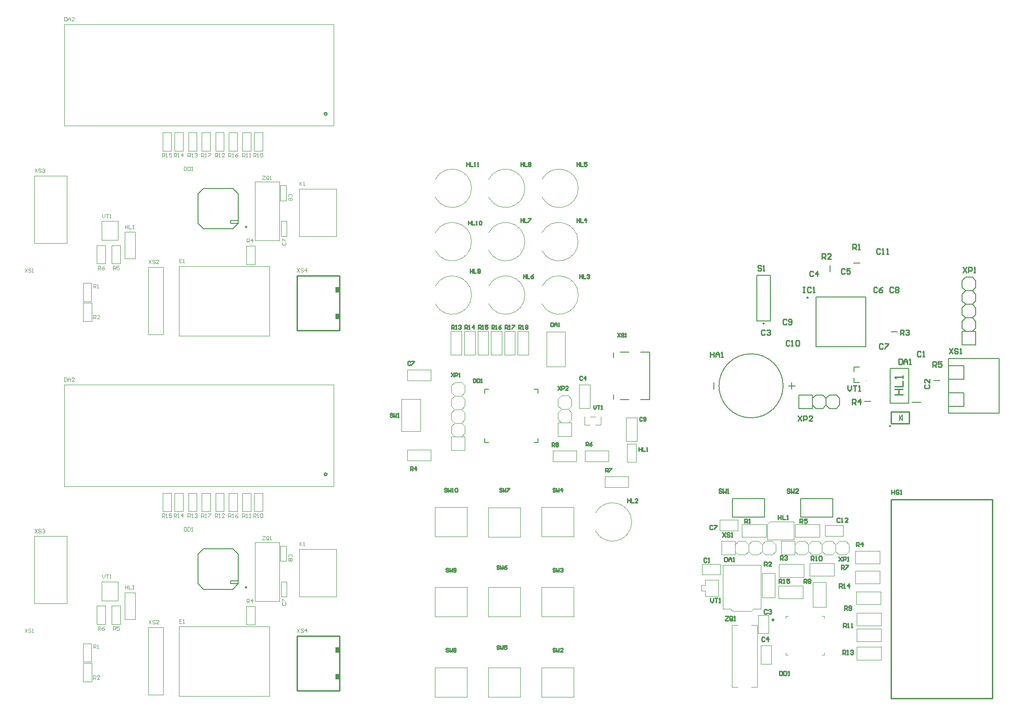
<source format=gbr>
G04*
G04 #@! TF.GenerationSoftware,Altium Limited,Altium Designer,24.2.2 (26)*
G04*
G04 Layer_Color=65535*
%FSLAX44Y44*%
%MOMM*%
G71*
G04*
G04 #@! TF.SameCoordinates,E132748E-00BF-457D-A5CC-83FA1D806D28*
G04*
G04*
G04 #@! TF.FilePolarity,Positive*
G04*
G01*
G75*
%ADD22C,0.2540*%
%ADD23C,0.3500*%
%ADD24C,0.2500*%
%ADD25C,0.2000*%
%ADD83C,0.1100*%
%ADD84C,0.1000*%
%ADD85C,0.1270*%
%ADD86C,0.0500*%
%ADD87R,0.8000X1.0000*%
%ADD88C,0.1524*%
D22*
X2064000Y294750D02*
Y667250D01*
X1874000D02*
X2064000D01*
X1874000Y294750D02*
Y667250D01*
Y294750D02*
X2064000D01*
X1665170Y345749D02*
Y337751D01*
X1669168D01*
X1670501Y339084D01*
Y344416D01*
X1669168Y345749D01*
X1665170D01*
X1673167D02*
Y337751D01*
X1677166D01*
X1678499Y339084D01*
Y344416D01*
X1677166Y345749D01*
X1673167D01*
X1681165Y337751D02*
X1683830D01*
X1682497D01*
Y345749D01*
X1681165Y344416D01*
X1875220Y684951D02*
Y676954D01*
Y680953D01*
X1880552D01*
Y684951D01*
Y676954D01*
X1888549Y683618D02*
X1887216Y684951D01*
X1884550D01*
X1883217Y683618D01*
Y678287D01*
X1884550Y676954D01*
X1887216D01*
X1888549Y678287D01*
Y680953D01*
X1885883D01*
X1891215Y676954D02*
X1893881D01*
X1892548D01*
Y684951D01*
X1891215Y683618D01*
X1563920Y448499D02*
X1569251D01*
Y447166D01*
X1563920Y441834D01*
Y440501D01*
X1569251D01*
X1577249Y441834D02*
Y447166D01*
X1575916Y448499D01*
X1573250D01*
X1571917Y447166D01*
Y441834D01*
X1573250Y440501D01*
X1575916D01*
X1574583Y443167D02*
X1577249Y440501D01*
X1575916D02*
X1577249Y441834D01*
X1579915Y440501D02*
X1582580D01*
X1581247D01*
Y448499D01*
X1579915Y447166D01*
X1558736Y604941D02*
X1564068Y596944D01*
Y604941D02*
X1558736Y596944D01*
X1572065Y603609D02*
X1570732Y604941D01*
X1568066D01*
X1566733Y603609D01*
Y602276D01*
X1568066Y600943D01*
X1570732D01*
X1572065Y599610D01*
Y598277D01*
X1570732Y596944D01*
X1568066D01*
X1566733Y598277D01*
X1574731Y596944D02*
X1577397D01*
X1576064D01*
Y604941D01*
X1574731Y603609D01*
X1776420Y559749D02*
X1781751Y551751D01*
Y559749D02*
X1776420Y551751D01*
X1784417D02*
Y559749D01*
X1788416D01*
X1789749Y558416D01*
Y555750D01*
X1788416Y554417D01*
X1784417D01*
X1792415Y551751D02*
X1795080D01*
X1793747D01*
Y559749D01*
X1792415Y558416D01*
X1535920Y482249D02*
Y476917D01*
X1538586Y474251D01*
X1541251Y476917D01*
Y482249D01*
X1543917D02*
X1549249D01*
X1546583D01*
Y474251D01*
X1551915D02*
X1554580D01*
X1553247D01*
Y482249D01*
X1551915Y480916D01*
X1684464Y685904D02*
X1683131Y687237D01*
X1680465D01*
X1679132Y685904D01*
Y684572D01*
X1680465Y683239D01*
X1683131D01*
X1684464Y681906D01*
Y680573D01*
X1683131Y679240D01*
X1680465D01*
X1679132Y680573D01*
X1687129Y687237D02*
Y679240D01*
X1689795Y681906D01*
X1692461Y679240D01*
Y687237D01*
X1700458Y679240D02*
X1695127D01*
X1700458Y684572D01*
Y685904D01*
X1699126Y687237D01*
X1696460D01*
X1695127Y685904D01*
X1556956D02*
X1555623Y687237D01*
X1552957D01*
X1551624Y685904D01*
Y684572D01*
X1552957Y683239D01*
X1555623D01*
X1556956Y681906D01*
Y680573D01*
X1555623Y679240D01*
X1552957D01*
X1551624Y680573D01*
X1559621Y687237D02*
Y679240D01*
X1562287Y681906D01*
X1564953Y679240D01*
Y687237D01*
X1567619Y679240D02*
X1570285D01*
X1568952D01*
Y687237D01*
X1567619Y685904D01*
X1664003Y510501D02*
Y518499D01*
X1668002D01*
X1669335Y517166D01*
Y514500D01*
X1668002Y513167D01*
X1664003D01*
X1666669D02*
X1669335Y510501D01*
X1672001D02*
X1674666D01*
X1673334D01*
Y518499D01*
X1672001Y517166D01*
X1683997Y518499D02*
X1678665D01*
Y514500D01*
X1681331Y515833D01*
X1682664D01*
X1683997Y514500D01*
Y511834D01*
X1682664Y510501D01*
X1679998D01*
X1678665Y511834D01*
X1777253Y501501D02*
Y509499D01*
X1781252D01*
X1782585Y508166D01*
Y505500D01*
X1781252Y504167D01*
X1777253D01*
X1779919D02*
X1782585Y501501D01*
X1785251D02*
X1787916D01*
X1786584D01*
Y509499D01*
X1785251Y508166D01*
X1795914Y501501D02*
Y509499D01*
X1791915Y505500D01*
X1797247D01*
X1783503Y376751D02*
Y384749D01*
X1787502D01*
X1788835Y383416D01*
Y380750D01*
X1787502Y379417D01*
X1783503D01*
X1786169D02*
X1788835Y376751D01*
X1791501D02*
X1794166D01*
X1792834D01*
Y384749D01*
X1791501Y383416D01*
X1798165D02*
X1799498Y384749D01*
X1802164D01*
X1803497Y383416D01*
Y382083D01*
X1802164Y380750D01*
X1800831D01*
X1802164D01*
X1803497Y379417D01*
Y378084D01*
X1802164Y376751D01*
X1799498D01*
X1798165Y378084D01*
X1784836Y427251D02*
Y435249D01*
X1788835D01*
X1790168Y433916D01*
Y431250D01*
X1788835Y429917D01*
X1784836D01*
X1787502D02*
X1790168Y427251D01*
X1792834D02*
X1795499D01*
X1794167D01*
Y435249D01*
X1792834Y433916D01*
X1799498Y427251D02*
X1802164D01*
X1800831D01*
Y435249D01*
X1799498Y433916D01*
X1724503Y553001D02*
Y560999D01*
X1728502D01*
X1729835Y559666D01*
Y557000D01*
X1728502Y555667D01*
X1724503D01*
X1727169D02*
X1729835Y553001D01*
X1732501D02*
X1735166D01*
X1733834D01*
Y560999D01*
X1732501Y559666D01*
X1739165D02*
X1740498Y560999D01*
X1743164D01*
X1744497Y559666D01*
Y554334D01*
X1743164Y553001D01*
X1740498D01*
X1739165Y554334D01*
Y559666D01*
X1786835Y460001D02*
Y467999D01*
X1790834D01*
X1792167Y466666D01*
Y464000D01*
X1790834Y462667D01*
X1786835D01*
X1789501D02*
X1792167Y460001D01*
X1794833Y461334D02*
X1796166Y460001D01*
X1798832D01*
X1800164Y461334D01*
Y466666D01*
X1798832Y467999D01*
X1796166D01*
X1794833Y466666D01*
Y465333D01*
X1796166Y464000D01*
X1800164D01*
X1710585Y510251D02*
Y518249D01*
X1714584D01*
X1715917Y516916D01*
Y514250D01*
X1714584Y512917D01*
X1710585D01*
X1713251D02*
X1715917Y510251D01*
X1718583Y516916D02*
X1719916Y518249D01*
X1722582D01*
X1723914Y516916D01*
Y515583D01*
X1722582Y514250D01*
X1723914Y512917D01*
Y511584D01*
X1722582Y510251D01*
X1719916D01*
X1718583Y511584D01*
Y512917D01*
X1719916Y514250D01*
X1718583Y515583D01*
Y516916D01*
X1719916Y514250D02*
X1722582D01*
X1780836Y536251D02*
Y544249D01*
X1784834D01*
X1786167Y542916D01*
Y540250D01*
X1784834Y538917D01*
X1780836D01*
X1783501D02*
X1786167Y536251D01*
X1788833Y544249D02*
X1794164D01*
Y542916D01*
X1788833Y537584D01*
Y536251D01*
X1703336Y623001D02*
Y630999D01*
X1707334D01*
X1708667Y629666D01*
Y627000D01*
X1707334Y625667D01*
X1703336D01*
X1706001D02*
X1708667Y623001D01*
X1716664Y630999D02*
X1711333D01*
Y627000D01*
X1713999Y628333D01*
X1715332D01*
X1716664Y627000D01*
Y624334D01*
X1715332Y623001D01*
X1712666D01*
X1711333Y624334D01*
X1808926Y578910D02*
Y586907D01*
X1812925D01*
X1814258Y585574D01*
Y582909D01*
X1812925Y581576D01*
X1808926D01*
X1811592D02*
X1814258Y578910D01*
X1820922D02*
Y586907D01*
X1816923Y582909D01*
X1822255D01*
X1666432Y553764D02*
Y561761D01*
X1670431D01*
X1671764Y560429D01*
Y557763D01*
X1670431Y556430D01*
X1666432D01*
X1669098D02*
X1671764Y553764D01*
X1674429Y560429D02*
X1675762Y561761D01*
X1678428D01*
X1679761Y560429D01*
Y559096D01*
X1678428Y557763D01*
X1677095D01*
X1678428D01*
X1679761Y556430D01*
Y555097D01*
X1678428Y553764D01*
X1675762D01*
X1674429Y555097D01*
X1636575Y542251D02*
Y550249D01*
X1640574D01*
X1641906Y548916D01*
Y546250D01*
X1640574Y544917D01*
X1636575D01*
X1639241D02*
X1641906Y542251D01*
X1649904D02*
X1644572D01*
X1649904Y547583D01*
Y548916D01*
X1648571Y550249D01*
X1645905D01*
X1644572Y548916D01*
X1599668Y623001D02*
Y630999D01*
X1603667D01*
X1605000Y629666D01*
Y627000D01*
X1603667Y625667D01*
X1599668D01*
X1602334D02*
X1605000Y623001D01*
X1607666D02*
X1610332D01*
X1608999D01*
Y630999D01*
X1607666Y629666D01*
X1662670Y637499D02*
Y629501D01*
Y633500D01*
X1668001D01*
Y637499D01*
Y629501D01*
X1670667Y637499D02*
Y629501D01*
X1675999D01*
X1678665D02*
X1681330D01*
X1679998D01*
Y637499D01*
X1678665Y636166D01*
X1562170Y558999D02*
Y551001D01*
X1566168D01*
X1567501Y552334D01*
Y557666D01*
X1566168Y558999D01*
X1562170D01*
X1570167Y551001D02*
Y556333D01*
X1572833Y558999D01*
X1575499Y556333D01*
Y551001D01*
Y555000D01*
X1570167D01*
X1578165Y551001D02*
X1580830D01*
X1579498D01*
Y558999D01*
X1578165Y557666D01*
X1778335Y631166D02*
X1777002Y632499D01*
X1774336D01*
X1773003Y631166D01*
Y625834D01*
X1774336Y624501D01*
X1777002D01*
X1778335Y625834D01*
X1781001Y624501D02*
X1783666D01*
X1782334D01*
Y632499D01*
X1781001Y631166D01*
X1792997Y624501D02*
X1787665D01*
X1792997Y629833D01*
Y631166D01*
X1791664Y632499D01*
X1788998D01*
X1787665Y631166D01*
X1539917Y617666D02*
X1538584Y618999D01*
X1535918D01*
X1534586Y617666D01*
Y612334D01*
X1535918Y611001D01*
X1538584D01*
X1539917Y612334D01*
X1542583Y618999D02*
X1547914D01*
Y617666D01*
X1542583Y612334D01*
Y611001D01*
X1637474Y408028D02*
X1636141Y409361D01*
X1633475D01*
X1632142Y408028D01*
Y402697D01*
X1633475Y401364D01*
X1636141D01*
X1637474Y402697D01*
X1644138Y401364D02*
Y409361D01*
X1640139Y405363D01*
X1645471D01*
X1641917Y459916D02*
X1640584Y461249D01*
X1637918D01*
X1636586Y459916D01*
Y454584D01*
X1637918Y453251D01*
X1640584D01*
X1641917Y454584D01*
X1644583Y459916D02*
X1645916Y461249D01*
X1648582D01*
X1649915Y459916D01*
Y458583D01*
X1648582Y457250D01*
X1647249D01*
X1648582D01*
X1649915Y455917D01*
Y454584D01*
X1648582Y453251D01*
X1645916D01*
X1644583Y454584D01*
X1528750Y556166D02*
X1527417Y557499D01*
X1524751D01*
X1523418Y556166D01*
Y550834D01*
X1524751Y549501D01*
X1527417D01*
X1528750Y550834D01*
X1531416Y549501D02*
X1534082D01*
X1532749D01*
Y557499D01*
X1531416Y556166D01*
X1873500Y805000D02*
G03*
X1873500Y805000I-1000J0D01*
G01*
X1908500Y809000D02*
Y831000D01*
X1874500Y809000D02*
X1908500D01*
X1874500D02*
Y831000D01*
X1908500D01*
X1881382Y863476D02*
X1896617D01*
X1889000D01*
Y873633D01*
X1881382D01*
X1896617D01*
X1881382Y878711D02*
X1896617D01*
Y888868D01*
Y893946D02*
Y899024D01*
Y896485D01*
X1881382D01*
X1883922Y893946D01*
X1983158Y950217D02*
X1989823Y940220D01*
Y950217D02*
X1983158Y940220D01*
X1999819Y948551D02*
X1998153Y950217D01*
X1994821D01*
X1993155Y948551D01*
Y946885D01*
X1994821Y945218D01*
X1998153D01*
X1999819Y943552D01*
Y941886D01*
X1998153Y940220D01*
X1994821D01*
X1993155Y941886D01*
X2003152Y940220D02*
X2006484D01*
X2004818D01*
Y950217D01*
X2003152Y948551D01*
X1700171Y823998D02*
X1706835Y814002D01*
Y823998D02*
X1700171Y814002D01*
X1710168D02*
Y823998D01*
X1715166D01*
X1716832Y822332D01*
Y819000D01*
X1715166Y817334D01*
X1710168D01*
X1726829Y814002D02*
X1720164D01*
X1726829Y820666D01*
Y822332D01*
X1725163Y823998D01*
X1721831D01*
X1720164Y822332D01*
X2008812Y1102109D02*
X2015477Y1092112D01*
Y1102109D02*
X2008812Y1092112D01*
X2018809D02*
Y1102109D01*
X2023807D01*
X2025473Y1100443D01*
Y1097110D01*
X2023807Y1095444D01*
X2018809D01*
X2028806Y1092112D02*
X2032138D01*
X2030472D01*
Y1102109D01*
X2028806Y1100443D01*
X1793087Y880248D02*
Y873584D01*
X1796419Y870252D01*
X1799752Y873584D01*
Y880248D01*
X1803084D02*
X1809748D01*
X1806416D01*
Y870252D01*
X1813081D02*
X1816413D01*
X1814747D01*
Y880248D01*
X1813081Y878582D01*
X1630921Y1104253D02*
X1629254Y1105919D01*
X1625922D01*
X1624256Y1104253D01*
Y1102587D01*
X1625922Y1100920D01*
X1629254D01*
X1630921Y1099254D01*
Y1097588D01*
X1629254Y1095922D01*
X1625922D01*
X1624256Y1097588D01*
X1634253Y1095922D02*
X1637585D01*
X1635919D01*
Y1105919D01*
X1634253Y1104253D01*
X1952424Y915582D02*
Y925579D01*
X1957422D01*
X1959088Y923913D01*
Y920580D01*
X1957422Y918914D01*
X1952424D01*
X1955756D02*
X1959088Y915582D01*
X1969085Y925579D02*
X1962421D01*
Y920580D01*
X1965753Y922246D01*
X1967419D01*
X1969085Y920580D01*
Y917248D01*
X1967419Y915582D01*
X1964087D01*
X1962421Y917248D01*
X1801669Y845002D02*
Y854998D01*
X1806668D01*
X1808334Y853332D01*
Y850000D01*
X1806668Y848334D01*
X1801669D01*
X1805002D02*
X1808334Y845002D01*
X1816664D02*
Y854998D01*
X1811666Y850000D01*
X1818331D01*
X1891669Y975002D02*
Y984998D01*
X1896668D01*
X1898334Y983332D01*
Y980000D01*
X1896668Y978334D01*
X1891669D01*
X1895002D02*
X1898334Y975002D01*
X1901666Y983332D02*
X1903332Y984998D01*
X1906664D01*
X1908331Y983332D01*
Y981666D01*
X1906664Y980000D01*
X1904998D01*
X1906664D01*
X1908331Y978334D01*
Y976668D01*
X1906664Y975002D01*
X1903332D01*
X1901666Y976668D01*
X1744652Y1117512D02*
Y1127509D01*
X1749650D01*
X1751317Y1125843D01*
Y1122510D01*
X1749650Y1120844D01*
X1744652D01*
X1747984D02*
X1751317Y1117512D01*
X1761313D02*
X1754649D01*
X1761313Y1124176D01*
Y1125843D01*
X1759647Y1127509D01*
X1756315D01*
X1754649Y1125843D01*
X1802564Y1135546D02*
Y1145543D01*
X1807562D01*
X1809229Y1143877D01*
Y1140544D01*
X1807562Y1138878D01*
X1802564D01*
X1805896D02*
X1809229Y1135546D01*
X1812561D02*
X1815893D01*
X1814227D01*
Y1145543D01*
X1812561Y1143877D01*
X1709170Y1064998D02*
X1712502D01*
X1710836D01*
Y1055002D01*
X1709170D01*
X1712502D01*
X1724165Y1063332D02*
X1722499Y1064998D01*
X1719167D01*
X1717501Y1063332D01*
Y1056668D01*
X1719167Y1055002D01*
X1722499D01*
X1724165Y1056668D01*
X1727498Y1055002D02*
X1730830D01*
X1729164D01*
Y1064998D01*
X1727498Y1063332D01*
X1535587Y943498D02*
Y933502D01*
Y938500D01*
X1542252D01*
Y943498D01*
Y933502D01*
X1545584D02*
Y940166D01*
X1548916Y943498D01*
X1552248Y940166D01*
Y933502D01*
Y938500D01*
X1545584D01*
X1555581Y933502D02*
X1558913D01*
X1557247D01*
Y943498D01*
X1555581Y941832D01*
X1888337Y929998D02*
Y920002D01*
X1893336D01*
X1895002Y921668D01*
Y928332D01*
X1893336Y929998D01*
X1888337D01*
X1898334Y920002D02*
Y926666D01*
X1901666Y929998D01*
X1904998Y926666D01*
Y920002D01*
Y925000D01*
X1898334D01*
X1908331Y920002D02*
X1911663D01*
X1909997D01*
Y929998D01*
X1908331Y928332D01*
X1854187Y1135495D02*
X1852520Y1137161D01*
X1849188D01*
X1847522Y1135495D01*
Y1128830D01*
X1849188Y1127164D01*
X1852520D01*
X1854187Y1128830D01*
X1857519Y1127164D02*
X1860851D01*
X1859185D01*
Y1137161D01*
X1857519Y1135495D01*
X1865849Y1127164D02*
X1869182D01*
X1867516D01*
Y1137161D01*
X1865849Y1135495D01*
X1684169Y963332D02*
X1682502Y964998D01*
X1679170D01*
X1677504Y963332D01*
Y956668D01*
X1679170Y955002D01*
X1682502D01*
X1684169Y956668D01*
X1687501Y955002D02*
X1690833D01*
X1689167D01*
Y964998D01*
X1687501Y963332D01*
X1695831D02*
X1697498Y964998D01*
X1700830D01*
X1702496Y963332D01*
Y956668D01*
X1700830Y955002D01*
X1697498D01*
X1695831Y956668D01*
Y963332D01*
X1678334Y1003332D02*
X1676668Y1004998D01*
X1673336D01*
X1671669Y1003332D01*
Y996668D01*
X1673336Y995002D01*
X1676668D01*
X1678334Y996668D01*
X1681666D02*
X1683332Y995002D01*
X1686664D01*
X1688331Y996668D01*
Y1003332D01*
X1686664Y1004998D01*
X1683332D01*
X1681666Y1003332D01*
Y1001666D01*
X1683332Y1000000D01*
X1688331D01*
X1878334Y1063332D02*
X1876668Y1064998D01*
X1873336D01*
X1871669Y1063332D01*
Y1056668D01*
X1873336Y1055002D01*
X1876668D01*
X1878334Y1056668D01*
X1881666Y1063332D02*
X1883332Y1064998D01*
X1886664D01*
X1888331Y1063332D01*
Y1061666D01*
X1886664Y1060000D01*
X1888331Y1058334D01*
Y1056668D01*
X1886664Y1055002D01*
X1883332D01*
X1881666Y1056668D01*
Y1058334D01*
X1883332Y1060000D01*
X1881666Y1061666D01*
Y1063332D01*
X1883332Y1060000D02*
X1886664D01*
X1858834Y957332D02*
X1857168Y958998D01*
X1853835D01*
X1852169Y957332D01*
Y950668D01*
X1853835Y949002D01*
X1857168D01*
X1858834Y950668D01*
X1862166Y958998D02*
X1868831D01*
Y957332D01*
X1862166Y950668D01*
Y949002D01*
X1848334Y1063332D02*
X1846668Y1064998D01*
X1843336D01*
X1841669Y1063332D01*
Y1056668D01*
X1843336Y1055002D01*
X1846668D01*
X1848334Y1056668D01*
X1858331Y1064998D02*
X1854998Y1063332D01*
X1851666Y1060000D01*
Y1056668D01*
X1853332Y1055002D01*
X1856664D01*
X1858331Y1056668D01*
Y1058334D01*
X1856664Y1060000D01*
X1851666D01*
X1787584Y1098082D02*
X1785918Y1099748D01*
X1782585D01*
X1780919Y1098082D01*
Y1091418D01*
X1782585Y1089752D01*
X1785918D01*
X1787584Y1091418D01*
X1797581Y1099748D02*
X1790916D01*
Y1094750D01*
X1794248Y1096416D01*
X1795914D01*
X1797581Y1094750D01*
Y1091418D01*
X1795914Y1089752D01*
X1792582D01*
X1790916Y1091418D01*
X1728334Y1093332D02*
X1726668Y1094998D01*
X1723336D01*
X1721669Y1093332D01*
Y1086668D01*
X1723336Y1085002D01*
X1726668D01*
X1728334Y1086668D01*
X1736664Y1085002D02*
Y1094998D01*
X1731666Y1090000D01*
X1738331D01*
X1638334Y983332D02*
X1636668Y984998D01*
X1633336D01*
X1631669Y983332D01*
Y976668D01*
X1633336Y975002D01*
X1636668D01*
X1638334Y976668D01*
X1641666Y983332D02*
X1643332Y984998D01*
X1646664D01*
X1648331Y983332D01*
Y981666D01*
X1646664Y980000D01*
X1644998D01*
X1646664D01*
X1648331Y978334D01*
Y976668D01*
X1646664Y975002D01*
X1643332D01*
X1641666Y976668D01*
X1938168Y882334D02*
X1936502Y880668D01*
Y877336D01*
X1938168Y875669D01*
X1944832D01*
X1946498Y877336D01*
Y880668D01*
X1944832Y882334D01*
X1946498Y892331D02*
Y885666D01*
X1939834Y892331D01*
X1938168D01*
X1936502Y890665D01*
Y887332D01*
X1938168Y885666D01*
X1930000Y943332D02*
X1928334Y944998D01*
X1925002D01*
X1923336Y943332D01*
Y936668D01*
X1925002Y935002D01*
X1928334D01*
X1930000Y936668D01*
X1933332Y935002D02*
X1936664D01*
X1934998D01*
Y944998D01*
X1933332Y943332D01*
X817900Y1389400D02*
G03*
X817900Y1389400I-2500J0D01*
G01*
X762000Y1086000D02*
X841000D01*
Y984000D02*
Y1086000D01*
X762000Y984000D02*
X841000D01*
X762000D02*
Y1086000D01*
X1361836Y978499D02*
X1366501Y971501D01*
Y978499D02*
X1361836Y971501D01*
X1373499Y977333D02*
X1372333Y978499D01*
X1370000D01*
X1368834Y977333D01*
Y976166D01*
X1370000Y975000D01*
X1372333D01*
X1373499Y973834D01*
Y972667D01*
X1372333Y971501D01*
X1370000D01*
X1368834Y972667D01*
X1375831Y971501D02*
X1378164D01*
X1376998D01*
Y978499D01*
X1375831Y977333D01*
X1250418Y879336D02*
X1255083Y872338D01*
Y879336D02*
X1250418Y872338D01*
X1257416D02*
Y879336D01*
X1260915D01*
X1262081Y878169D01*
Y875837D01*
X1260915Y874671D01*
X1257416D01*
X1269079Y872338D02*
X1264414D01*
X1269079Y877003D01*
Y878169D01*
X1267912Y879336D01*
X1265580D01*
X1264414Y878169D01*
X1050520Y903974D02*
X1055185Y896976D01*
Y903974D02*
X1050520Y896976D01*
X1057518D02*
Y903974D01*
X1061017D01*
X1062183Y902807D01*
Y900475D01*
X1061017Y899309D01*
X1057518D01*
X1064516Y896976D02*
X1066848D01*
X1065682D01*
Y903974D01*
X1064516Y902807D01*
X1316836Y843499D02*
Y838834D01*
X1319169Y836501D01*
X1321501Y838834D01*
Y843499D01*
X1323834D02*
X1328499D01*
X1326166D01*
Y836501D01*
X1330831D02*
X1333164D01*
X1331998D01*
Y843499D01*
X1330831Y842333D01*
X1042419Y687333D02*
X1041253Y688499D01*
X1038920D01*
X1037754Y687333D01*
Y686166D01*
X1038920Y685000D01*
X1041253D01*
X1042419Y683834D01*
Y682667D01*
X1041253Y681501D01*
X1038920D01*
X1037754Y682667D01*
X1044752Y688499D02*
Y681501D01*
X1047084Y683834D01*
X1049417Y681501D01*
Y688499D01*
X1051749Y681501D02*
X1054082D01*
X1052916D01*
Y688499D01*
X1051749Y687333D01*
X1057581D02*
X1058747Y688499D01*
X1061080D01*
X1062246Y687333D01*
Y682667D01*
X1061080Y681501D01*
X1058747D01*
X1057581Y682667D01*
Y687333D01*
X1045335Y537333D02*
X1044169Y538499D01*
X1041836D01*
X1040670Y537333D01*
Y536166D01*
X1041836Y535000D01*
X1044169D01*
X1045335Y533834D01*
Y532667D01*
X1044169Y531501D01*
X1041836D01*
X1040670Y532667D01*
X1047667Y538499D02*
Y531501D01*
X1050000Y533834D01*
X1052333Y531501D01*
Y538499D01*
X1054665Y532667D02*
X1055832Y531501D01*
X1058164D01*
X1059330Y532667D01*
Y537333D01*
X1058164Y538499D01*
X1055832D01*
X1054665Y537333D01*
Y536166D01*
X1055832Y535000D01*
X1059330D01*
X1045335Y387333D02*
X1044169Y388499D01*
X1041836D01*
X1040670Y387333D01*
Y386166D01*
X1041836Y385000D01*
X1044169D01*
X1045335Y383834D01*
Y382668D01*
X1044169Y381501D01*
X1041836D01*
X1040670Y382668D01*
X1047667Y388499D02*
Y381501D01*
X1050000Y383834D01*
X1052333Y381501D01*
Y388499D01*
X1054665Y387333D02*
X1055832Y388499D01*
X1058164D01*
X1059330Y387333D01*
Y386166D01*
X1058164Y385000D01*
X1059330Y383834D01*
Y382668D01*
X1058164Y381501D01*
X1055832D01*
X1054665Y382668D01*
Y383834D01*
X1055832Y385000D01*
X1054665Y386166D01*
Y387333D01*
X1055832Y385000D02*
X1058164D01*
X1145335Y687333D02*
X1144169Y688499D01*
X1141836D01*
X1140670Y687333D01*
Y686166D01*
X1141836Y685000D01*
X1144169D01*
X1145335Y683834D01*
Y682667D01*
X1144169Y681501D01*
X1141836D01*
X1140670Y682667D01*
X1147667Y688499D02*
Y681501D01*
X1150000Y683834D01*
X1152333Y681501D01*
Y688499D01*
X1154665D02*
X1159330D01*
Y687333D01*
X1154665Y682667D01*
Y681501D01*
X1140335Y542333D02*
X1139169Y543499D01*
X1136836D01*
X1135670Y542333D01*
Y541166D01*
X1136836Y540000D01*
X1139169D01*
X1140335Y538834D01*
Y537668D01*
X1139169Y536501D01*
X1136836D01*
X1135670Y537668D01*
X1142667Y543499D02*
Y536501D01*
X1145000Y538834D01*
X1147333Y536501D01*
Y543499D01*
X1154330D02*
X1151998Y542333D01*
X1149665Y540000D01*
Y537668D01*
X1150832Y536501D01*
X1153164D01*
X1154330Y537668D01*
Y538834D01*
X1153164Y540000D01*
X1149665D01*
X1140335Y392333D02*
X1139169Y393499D01*
X1136836D01*
X1135670Y392333D01*
Y391166D01*
X1136836Y390000D01*
X1139169D01*
X1140335Y388834D01*
Y387667D01*
X1139169Y386501D01*
X1136836D01*
X1135670Y387667D01*
X1142667Y393499D02*
Y386501D01*
X1145000Y388834D01*
X1147333Y386501D01*
Y393499D01*
X1154330D02*
X1149665D01*
Y390000D01*
X1151998Y391166D01*
X1153164D01*
X1154330Y390000D01*
Y387667D01*
X1153164Y386501D01*
X1150832D01*
X1149665Y387667D01*
X1245335Y687333D02*
X1244169Y688499D01*
X1241836D01*
X1240670Y687333D01*
Y686166D01*
X1241836Y685000D01*
X1244169D01*
X1245335Y683834D01*
Y682667D01*
X1244169Y681501D01*
X1241836D01*
X1240670Y682667D01*
X1247667Y688499D02*
Y681501D01*
X1250000Y683834D01*
X1252333Y681501D01*
Y688499D01*
X1258164Y681501D02*
Y688499D01*
X1254665Y685000D01*
X1259330D01*
X1245335Y537333D02*
X1244169Y538499D01*
X1241836D01*
X1240670Y537333D01*
Y536166D01*
X1241836Y535000D01*
X1244169D01*
X1245335Y533834D01*
Y532667D01*
X1244169Y531501D01*
X1241836D01*
X1240670Y532667D01*
X1247667Y538499D02*
Y531501D01*
X1250000Y533834D01*
X1252333Y531501D01*
Y538499D01*
X1254665Y537333D02*
X1255832Y538499D01*
X1258164D01*
X1259330Y537333D01*
Y536166D01*
X1258164Y535000D01*
X1256998D01*
X1258164D01*
X1259330Y533834D01*
Y532667D01*
X1258164Y531501D01*
X1255832D01*
X1254665Y532667D01*
X1245335Y387333D02*
X1244169Y388499D01*
X1241836D01*
X1240670Y387333D01*
Y386166D01*
X1241836Y385000D01*
X1244169D01*
X1245335Y383834D01*
Y382668D01*
X1244169Y381501D01*
X1241836D01*
X1240670Y382668D01*
X1247667Y388499D02*
Y381501D01*
X1250000Y383834D01*
X1252333Y381501D01*
Y388499D01*
X1259330Y381501D02*
X1254665D01*
X1259330Y386166D01*
Y387333D01*
X1258164Y388499D01*
X1255832D01*
X1254665Y387333D01*
X940501Y827333D02*
X939335Y828499D01*
X937002D01*
X935836Y827333D01*
Y826166D01*
X937002Y825000D01*
X939335D01*
X940501Y823834D01*
Y822667D01*
X939335Y821501D01*
X937002D01*
X935836Y822667D01*
X942834Y828499D02*
Y821501D01*
X945166Y823834D01*
X947499Y821501D01*
Y828499D01*
X949831Y821501D02*
X952164D01*
X950998D01*
Y828499D01*
X949831Y827333D01*
X1176253Y986501D02*
Y993499D01*
X1179752D01*
X1180918Y992333D01*
Y990000D01*
X1179752Y988834D01*
X1176253D01*
X1178586D02*
X1180918Y986501D01*
X1183251D02*
X1185583D01*
X1184417D01*
Y993499D01*
X1183251Y992333D01*
X1189082D02*
X1190248Y993499D01*
X1192581D01*
X1193747Y992333D01*
Y991166D01*
X1192581Y990000D01*
X1193747Y988834D01*
Y987667D01*
X1192581Y986501D01*
X1190248D01*
X1189082Y987667D01*
Y988834D01*
X1190248Y990000D01*
X1189082Y991166D01*
Y992333D01*
X1190248Y990000D02*
X1192581D01*
X1151253Y986501D02*
Y993499D01*
X1154752D01*
X1155918Y992333D01*
Y990000D01*
X1154752Y988834D01*
X1151253D01*
X1153586D02*
X1155918Y986501D01*
X1158251D02*
X1160583D01*
X1159417D01*
Y993499D01*
X1158251Y992333D01*
X1164082Y993499D02*
X1168747D01*
Y992333D01*
X1164082Y987667D01*
Y986501D01*
X1126253D02*
Y993499D01*
X1129752D01*
X1130918Y992333D01*
Y990000D01*
X1129752Y988834D01*
X1126253D01*
X1128586D02*
X1130918Y986501D01*
X1133251D02*
X1135583D01*
X1134417D01*
Y993499D01*
X1133251Y992333D01*
X1143747Y993499D02*
X1141415Y992333D01*
X1139082Y990000D01*
Y987667D01*
X1140248Y986501D01*
X1142581D01*
X1143747Y987667D01*
Y988834D01*
X1142581Y990000D01*
X1139082D01*
X1101253Y986501D02*
Y993499D01*
X1104752D01*
X1105918Y992333D01*
Y990000D01*
X1104752Y988834D01*
X1101253D01*
X1103586D02*
X1105918Y986501D01*
X1108251D02*
X1110583D01*
X1109417D01*
Y993499D01*
X1108251Y992333D01*
X1118747Y993499D02*
X1114082D01*
Y990000D01*
X1116415Y991166D01*
X1117581D01*
X1118747Y990000D01*
Y987667D01*
X1117581Y986501D01*
X1115248D01*
X1114082Y987667D01*
X1076253Y986501D02*
Y993499D01*
X1079752D01*
X1080918Y992333D01*
Y990000D01*
X1079752Y988834D01*
X1076253D01*
X1078586D02*
X1080918Y986501D01*
X1083251D02*
X1085583D01*
X1084417D01*
Y993499D01*
X1083251Y992333D01*
X1092581Y986501D02*
Y993499D01*
X1089082Y990000D01*
X1093747D01*
X1051253Y986501D02*
Y993499D01*
X1054752D01*
X1055918Y992333D01*
Y990000D01*
X1054752Y988834D01*
X1051253D01*
X1053586D02*
X1055918Y986501D01*
X1058251D02*
X1060583D01*
X1059417D01*
Y993499D01*
X1058251Y992333D01*
X1064082D02*
X1065248Y993499D01*
X1067581D01*
X1068747Y992333D01*
Y991166D01*
X1067581Y990000D01*
X1066415D01*
X1067581D01*
X1068747Y988834D01*
Y987667D01*
X1067581Y986501D01*
X1065248D01*
X1064082Y987667D01*
X1239169Y766501D02*
Y773499D01*
X1242667D01*
X1243834Y772333D01*
Y770000D01*
X1242667Y768834D01*
X1239169D01*
X1241501D02*
X1243834Y766501D01*
X1246166Y772333D02*
X1247333Y773499D01*
X1249665D01*
X1250832Y772333D01*
Y771166D01*
X1249665Y770000D01*
X1250832Y768834D01*
Y767667D01*
X1249665Y766501D01*
X1247333D01*
X1246166Y767667D01*
Y768834D01*
X1247333Y770000D01*
X1246166Y771166D01*
Y772333D01*
X1247333Y770000D02*
X1249665D01*
X1339318Y718922D02*
Y725920D01*
X1342817D01*
X1343983Y724753D01*
Y722421D01*
X1342817Y721255D01*
X1339318D01*
X1341651D02*
X1343983Y718922D01*
X1346316Y725920D02*
X1350981D01*
Y724753D01*
X1346316Y720088D01*
Y718922D01*
X1302488Y767436D02*
Y774434D01*
X1305987D01*
X1307153Y773268D01*
Y770935D01*
X1305987Y769769D01*
X1302488D01*
X1304821D02*
X1307153Y767436D01*
X1314151Y774434D02*
X1311818Y773268D01*
X1309486Y770935D01*
Y768602D01*
X1310652Y767436D01*
X1312985D01*
X1314151Y768602D01*
Y769769D01*
X1312985Y770935D01*
X1309486D01*
X974169Y721501D02*
Y728499D01*
X977667D01*
X978834Y727333D01*
Y725000D01*
X977667Y723834D01*
X974169D01*
X976501D02*
X978834Y721501D01*
X984665D02*
Y728499D01*
X981166Y725000D01*
X985832D01*
X1079320Y1298499D02*
Y1291501D01*
Y1295000D01*
X1083986D01*
Y1298499D01*
Y1291501D01*
X1086318Y1298499D02*
Y1291501D01*
X1090983D01*
X1093316D02*
X1095648D01*
X1094482D01*
Y1298499D01*
X1093316Y1297333D01*
X1099147Y1291501D02*
X1101480D01*
X1100314D01*
Y1298499D01*
X1099147Y1297333D01*
X1085670Y1098499D02*
Y1091501D01*
Y1095000D01*
X1090335D01*
Y1098499D01*
Y1091501D01*
X1092667Y1098499D02*
Y1091501D01*
X1097333D01*
X1099665Y1092667D02*
X1100832Y1091501D01*
X1103164D01*
X1104330Y1092667D01*
Y1097333D01*
X1103164Y1098499D01*
X1100832D01*
X1099665Y1097333D01*
Y1096166D01*
X1100832Y1095000D01*
X1104330D01*
X1082754Y1188499D02*
Y1181501D01*
Y1185000D01*
X1087419D01*
Y1188499D01*
Y1181501D01*
X1089752Y1188499D02*
Y1181501D01*
X1094417D01*
X1096749D02*
X1099082D01*
X1097916D01*
Y1188499D01*
X1096749Y1187333D01*
X1102581D02*
X1103747Y1188499D01*
X1106080D01*
X1107246Y1187333D01*
Y1182667D01*
X1106080Y1181501D01*
X1103747D01*
X1102581Y1182667D01*
Y1187333D01*
X1180670Y1298499D02*
Y1291501D01*
Y1295000D01*
X1185335D01*
Y1298499D01*
Y1291501D01*
X1187667Y1298499D02*
Y1291501D01*
X1192333D01*
X1194665Y1297333D02*
X1195832Y1298499D01*
X1198164D01*
X1199330Y1297333D01*
Y1296166D01*
X1198164Y1295000D01*
X1199330Y1293834D01*
Y1292667D01*
X1198164Y1291501D01*
X1195832D01*
X1194665Y1292667D01*
Y1293834D01*
X1195832Y1295000D01*
X1194665Y1296166D01*
Y1297333D01*
X1195832Y1295000D02*
X1198164D01*
X1180670Y1193499D02*
Y1186501D01*
Y1190000D01*
X1185335D01*
Y1193499D01*
Y1186501D01*
X1187667Y1193499D02*
Y1186501D01*
X1192333D01*
X1194665Y1193499D02*
X1199330D01*
Y1192333D01*
X1194665Y1187667D01*
Y1186501D01*
X1185670Y1088499D02*
Y1081501D01*
Y1085000D01*
X1190335D01*
Y1088499D01*
Y1081501D01*
X1192667Y1088499D02*
Y1081501D01*
X1197333D01*
X1204330Y1088499D02*
X1201998Y1087333D01*
X1199665Y1085000D01*
Y1082667D01*
X1200832Y1081501D01*
X1203164D01*
X1204330Y1082667D01*
Y1083834D01*
X1203164Y1085000D01*
X1199665D01*
X1285670Y1298499D02*
Y1291501D01*
Y1295000D01*
X1290335D01*
Y1298499D01*
Y1291501D01*
X1292668Y1298499D02*
Y1291501D01*
X1297333D01*
X1304330Y1298499D02*
X1299665D01*
Y1295000D01*
X1301998Y1296166D01*
X1303164D01*
X1304330Y1295000D01*
Y1292667D01*
X1303164Y1291501D01*
X1300831D01*
X1299665Y1292667D01*
X1285670Y1193499D02*
Y1186501D01*
Y1190000D01*
X1290335D01*
Y1193499D01*
Y1186501D01*
X1292668Y1193499D02*
Y1186501D01*
X1297333D01*
X1303164D02*
Y1193499D01*
X1299665Y1190000D01*
X1304330D01*
X1290670Y1088499D02*
Y1081501D01*
Y1085000D01*
X1295335D01*
Y1088499D01*
Y1081501D01*
X1297668Y1088499D02*
Y1081501D01*
X1302333D01*
X1304665Y1087333D02*
X1305831Y1088499D01*
X1308164D01*
X1309330Y1087333D01*
Y1086166D01*
X1308164Y1085000D01*
X1306998D01*
X1308164D01*
X1309330Y1083834D01*
Y1082667D01*
X1308164Y1081501D01*
X1305831D01*
X1304665Y1082667D01*
X1380670Y668499D02*
Y661501D01*
Y665000D01*
X1385335D01*
Y668499D01*
Y661501D01*
X1387668Y668499D02*
Y661501D01*
X1392333D01*
X1399330D02*
X1394665D01*
X1399330Y666166D01*
Y667333D01*
X1398164Y668499D01*
X1395831D01*
X1394665Y667333D01*
X1401836Y764499D02*
Y757501D01*
Y761000D01*
X1406501D01*
Y764499D01*
Y757501D01*
X1408834Y764499D02*
Y757501D01*
X1413499D01*
X1415831D02*
X1418164D01*
X1416998D01*
Y764499D01*
X1415831Y763333D01*
X1091836Y893499D02*
Y886501D01*
X1095335D01*
X1096501Y887667D01*
Y892333D01*
X1095335Y893499D01*
X1091836D01*
X1098834D02*
Y886501D01*
X1102333D01*
X1103499Y887667D01*
Y892333D01*
X1102333Y893499D01*
X1098834D01*
X1105832Y886501D02*
X1108164D01*
X1106998D01*
Y893499D01*
X1105832Y892333D01*
X1236836Y998499D02*
Y991501D01*
X1240335D01*
X1241501Y992667D01*
Y997333D01*
X1240335Y998499D01*
X1236836D01*
X1243834Y991501D02*
Y996166D01*
X1246166Y998499D01*
X1248499Y996166D01*
Y991501D01*
Y995000D01*
X1243834D01*
X1250832Y991501D02*
X1253164D01*
X1251998D01*
Y998499D01*
X1250832Y997333D01*
X1407834Y820333D02*
X1406667Y821499D01*
X1404335D01*
X1403169Y820333D01*
Y815667D01*
X1404335Y814501D01*
X1406667D01*
X1407834Y815667D01*
X1410166D02*
X1411333Y814501D01*
X1413665D01*
X1414832Y815667D01*
Y820333D01*
X1413665Y821499D01*
X1411333D01*
X1410166Y820333D01*
Y819166D01*
X1411333Y818000D01*
X1414832D01*
X973905Y924651D02*
X972739Y925818D01*
X970406D01*
X969240Y924651D01*
Y919986D01*
X970406Y918820D01*
X972739D01*
X973905Y919986D01*
X976238Y925818D02*
X980903D01*
Y924651D01*
X976238Y919986D01*
Y918820D01*
X1295977Y896712D02*
X1294811Y897878D01*
X1292478D01*
X1291312Y896712D01*
Y892046D01*
X1292478Y890880D01*
X1294811D01*
X1295977Y892046D01*
X1301809Y890880D02*
Y897878D01*
X1298310Y894379D01*
X1302975D01*
X817900Y714400D02*
G03*
X817900Y714400I-2500J0D01*
G01*
X762000Y411000D02*
X841000D01*
Y309000D02*
Y411000D01*
X762000Y309000D02*
X841000D01*
X762000D02*
Y411000D01*
D23*
X1654500Y441750D02*
G03*
X1654500Y441750I-1500J0D01*
G01*
D24*
X1719000Y1045000D02*
G03*
X1719000Y1045000I-1250J0D01*
G01*
X1636660Y996990D02*
G03*
X1636660Y996990I-1250J0D01*
G01*
X667500Y1177750D02*
G03*
X667500Y1177750I-1250J0D01*
G01*
Y502750D02*
G03*
X667500Y502750I-1250J0D01*
G01*
D25*
X1872507Y847500D02*
X1907507D01*
X1872507D02*
Y912500D01*
X1907507D01*
Y847500D02*
Y912500D01*
X1913257Y848750D02*
X1929758D01*
X1701900Y862700D02*
X1727300D01*
Y837300D02*
Y862700D01*
X1701900Y837300D02*
Y862700D01*
X1727300Y856350D02*
X1733650Y862700D01*
X1746350D01*
X1752700Y856350D01*
Y843650D02*
Y856350D01*
X1746350Y837300D02*
X1752700Y843650D01*
X1733650Y837300D02*
X1746350D01*
X1727300Y843650D02*
X1733650Y837300D01*
X1701900D02*
X1727300D01*
X1752700Y843650D02*
X1759050Y837300D01*
X1771750D01*
X1778100Y843650D01*
Y856350D01*
X1771750Y862700D02*
X1778100Y856350D01*
X1759050Y862700D02*
X1771750D01*
X1752700Y856350D02*
X1759050Y862700D01*
X1895500Y815000D02*
Y825000D01*
X1891000Y820500D02*
X1895500Y825000D01*
X1891000Y819500D02*
Y820500D01*
Y819500D02*
X1895500Y815000D01*
X1890500D02*
Y825000D01*
X1804457Y886000D02*
Y894500D01*
Y886000D02*
X1814957D01*
X1804457Y906500D02*
Y915000D01*
X1814957D01*
X1824000Y851000D02*
X1836000D01*
X1874000Y981000D02*
X1886000D01*
X1733500Y1046500D02*
X1826500D01*
Y953500D02*
Y1046500D01*
X1733500Y953500D02*
X1826500D01*
X1733500D02*
Y1046500D01*
X1982000Y841900D02*
X2010950D01*
Y867300D01*
X1982000D02*
X2010950D01*
X1982000Y918100D02*
X2010950D01*
Y892700D02*
Y918100D01*
X1982000Y892700D02*
X2010950D01*
X1982000Y829000D02*
X2077000D01*
Y931000D01*
X1982000D02*
X2077000D01*
X1982000Y829000D02*
Y931000D01*
X1954000Y890000D02*
X1966000D01*
X2007300Y956500D02*
Y981900D01*
X2032700D01*
X2007300Y956500D02*
X2032700D01*
X2007300Y988250D02*
X2013650Y981900D01*
X2007300Y988250D02*
Y1000950D01*
X2013650Y1007300D01*
X2026350D01*
X2032700Y1000950D01*
Y988250D02*
Y1000950D01*
X2026350Y981900D02*
X2032700Y988250D01*
Y956500D02*
Y981900D01*
X2026350Y1007300D02*
X2032700Y1013650D01*
Y1026350D01*
X2026350Y1032700D02*
X2032700Y1026350D01*
X2013650Y1032700D02*
X2026350D01*
X2007300Y1026350D02*
X2013650Y1032700D01*
X2007300Y1013650D02*
Y1026350D01*
Y1013650D02*
X2013650Y1007300D01*
X2026350Y1032700D02*
X2032700Y1039050D01*
Y1051750D01*
X2026350Y1058100D02*
X2032700Y1051750D01*
X2013650Y1058100D02*
X2026350D01*
X2007300Y1051750D02*
X2013650Y1058100D01*
X2007300Y1039050D02*
Y1051750D01*
Y1039050D02*
X2013650Y1032700D01*
X2026350Y1058100D02*
X2032700Y1064450D01*
Y1077150D01*
X2026350Y1083500D02*
X2032700Y1077150D01*
X2013650Y1083500D02*
X2026350D01*
X2007300Y1077150D02*
X2013650Y1083500D01*
X2007300Y1064450D02*
Y1077150D01*
Y1064450D02*
X2013650Y1058100D01*
X1760000Y1094000D02*
Y1106000D01*
X1804000Y1110000D02*
X1816000D01*
X1622700Y1001800D02*
X1648100D01*
Y1087400D01*
X1622700D02*
X1648100D01*
X1622700Y1001800D02*
Y1087400D01*
X652000Y1184500D02*
Y1239500D01*
X576000Y1184500D02*
Y1239500D01*
X586500Y1174000D02*
X641500D01*
X586500Y1250000D02*
X641500D01*
Y1174000D02*
X652000Y1184500D01*
X576000D02*
X586500Y1174000D01*
X641500Y1250000D02*
X652000Y1239500D01*
X576000D02*
X586500Y1250000D01*
X637000Y1184500D02*
X652000D01*
X637000D02*
Y1189500D01*
X652000D01*
Y509500D02*
Y564500D01*
X576000Y509500D02*
Y564500D01*
X586500Y499000D02*
X641500D01*
X586500Y575000D02*
X641500D01*
Y499000D02*
X652000Y509500D01*
X576000D02*
X586500Y499000D01*
X641500Y575000D02*
X652000Y564500D01*
X576000D02*
X586500Y575000D01*
X637000Y509500D02*
X652000D01*
X637000D02*
Y514500D01*
X652000D01*
D83*
X1643500Y625250D02*
G03*
X1643500Y625250I-500J0D01*
G01*
D84*
X1559440Y544431D02*
X1630560D01*
X1559440Y461880D02*
Y544431D01*
Y461880D02*
X1573410D01*
X1577220Y458070D01*
X1612780D01*
X1616590Y461880D01*
X1630560D01*
Y544431D01*
X1750500Y598750D02*
X1784500D01*
X1750500D02*
Y618750D01*
X1784500D01*
Y598750D02*
Y618750D01*
X1594500Y596750D02*
Y620750D01*
Y596750D02*
X1640500D01*
Y620750D01*
X1594500D02*
X1640500D01*
X1770200Y582600D02*
X1776550Y588950D01*
X1789250D01*
X1795600Y582600D01*
Y569900D02*
Y582600D01*
X1789250Y563550D02*
X1795600Y569900D01*
X1776550Y563550D02*
X1789250D01*
X1770200Y569900D02*
X1776550Y563550D01*
X1744800Y582600D02*
X1751150Y588950D01*
X1763850D01*
X1770200Y582600D01*
Y569900D02*
Y582600D01*
X1763850Y563550D02*
X1770200Y569900D01*
X1751150Y563550D02*
X1763850D01*
X1744800Y569900D02*
X1751150Y563550D01*
X1719400Y582600D02*
X1725750Y588950D01*
X1738450D01*
X1744800Y582600D01*
Y569900D02*
Y582600D01*
X1738450Y563550D02*
X1744800Y569900D01*
X1725750Y563550D02*
X1738450D01*
X1719400Y569900D02*
X1725750Y563550D01*
X1668600D02*
X1694000D01*
Y569900D02*
X1700350Y563550D01*
X1713050D01*
X1719400Y569900D01*
Y582600D01*
X1713050Y588950D02*
X1719400Y582600D01*
X1700350Y588950D02*
X1713050D01*
X1694000Y582600D02*
X1700350Y588950D01*
X1668600Y563550D02*
Y588950D01*
X1694000Y563550D02*
Y588950D01*
X1668600D02*
X1694000D01*
X1677000Y376250D02*
X1680900D01*
X1677000D02*
Y380150D01*
X1745100Y376250D02*
X1749000D01*
Y380150D01*
X1745100Y448250D02*
X1749000D01*
Y444350D02*
Y448250D01*
X1677000Y444350D02*
Y448250D01*
X1680900D01*
X1663250Y481500D02*
Y505500D01*
Y481500D02*
X1709250D01*
Y505500D01*
X1663250D02*
X1709250D01*
X1853000Y546750D02*
Y570750D01*
X1807000D02*
X1853000D01*
X1807000Y546750D02*
Y570750D01*
Y546750D02*
X1853000D01*
X1728000Y465750D02*
Y511750D01*
X1752000D01*
Y465750D02*
Y511750D01*
X1728000Y465750D02*
X1752000D01*
X1722000Y523950D02*
X1768000D01*
X1722000D02*
Y547950D01*
X1768000D01*
Y523950D02*
Y547950D01*
X1694500Y596750D02*
X1740500D01*
X1694500D02*
Y620750D01*
X1740500D01*
Y596750D02*
Y620750D01*
X1664500Y521750D02*
X1710500D01*
X1664500D02*
Y545750D01*
X1710500D01*
Y521750D02*
Y545750D01*
X1657000Y483250D02*
Y529250D01*
X1633000Y483250D02*
X1657000D01*
X1633000D02*
Y529250D01*
X1657000D01*
X1808750Y470500D02*
X1854750D01*
X1808750D02*
Y494500D01*
X1854750D01*
Y470500D02*
Y494500D01*
X1809500Y366750D02*
X1855500D01*
X1809500D02*
Y390750D01*
X1855500D01*
Y366750D02*
Y390750D01*
X1809750Y401000D02*
X1855750D01*
X1809750D02*
Y425000D01*
X1855750D01*
Y401000D02*
Y425000D01*
X1809500Y430500D02*
X1855500D01*
X1809500D02*
Y454500D01*
X1855500D01*
Y430500D02*
Y454500D01*
X1807000Y509250D02*
X1853000D01*
X1807000D02*
Y533250D01*
X1853000D01*
Y509250D02*
Y533250D01*
X1625000Y416750D02*
Y450750D01*
X1645000D01*
Y416750D02*
Y450750D01*
X1625000Y416750D02*
X1645000D01*
X1553000Y608750D02*
X1587000D01*
X1553000D02*
Y628750D01*
X1587000D01*
Y608750D02*
Y628750D01*
X1692500Y591750D02*
Y625750D01*
X1647500D02*
X1692500D01*
X1642500Y620750D02*
X1647500Y625750D01*
X1642500Y591750D02*
Y620750D01*
Y591750D02*
X1692500D01*
X1526000Y486250D02*
X1551000D01*
X1526000D02*
Y496250D01*
X1519000D02*
X1526000D01*
X1519000D02*
Y506250D01*
X1526000D01*
Y516250D01*
X1551000D01*
Y486250D02*
Y516250D01*
X1632899Y582600D02*
X1639249Y588950D01*
X1651949D01*
X1658299Y582600D01*
Y569900D02*
Y582600D01*
X1651949Y563550D02*
X1658299Y569900D01*
X1639249Y563550D02*
X1651949D01*
X1632899Y569900D02*
X1639249Y563550D01*
X1607499Y582600D02*
X1613849Y588950D01*
X1626549D01*
X1632899Y582600D01*
Y569900D02*
Y582600D01*
X1626549Y563550D02*
X1632899Y569900D01*
X1613849Y563550D02*
X1626549D01*
X1607499Y569900D02*
X1613849Y563550D01*
X1556699D02*
X1582099D01*
Y569900D02*
X1588449Y563550D01*
X1601149D01*
X1607499Y569900D01*
Y582600D01*
X1601149Y588950D02*
X1607499Y582600D01*
X1588449Y588950D02*
X1601149D01*
X1582099Y582600D02*
X1588449Y588950D01*
X1556699Y563550D02*
Y588950D01*
X1582099Y563550D02*
Y588950D01*
X1556699D02*
X1582099D01*
X1576000Y315750D02*
Y431750D01*
X1613000Y315750D02*
X1624000D01*
Y431750D01*
X1576000D02*
X1587000D01*
X1576000Y315750D02*
X1587000D01*
X1613000Y431750D02*
X1624000D01*
X1520500Y546250D02*
X1554500D01*
Y526250D02*
Y546250D01*
X1520500Y526250D02*
X1554500D01*
X1520500D02*
Y546250D01*
X1630000Y393250D02*
X1650000D01*
X1630000Y359250D02*
Y393250D01*
Y359250D02*
X1650000D01*
Y393250D01*
X1828957Y890500D02*
G03*
X1827957Y890500I-500J0D01*
G01*
D02*
G03*
X1828957Y890500I500J0D01*
G01*
X325400Y1366900D02*
Y1556900D01*
Y1366900D02*
X830400D01*
Y1556900D01*
X325400D02*
X830400D01*
X710000Y974000D02*
Y1064000D01*
X541000Y974000D02*
X710000D01*
X541000D02*
Y1104000D01*
X710000D01*
Y1064000D02*
Y1104000D01*
X766000Y1249000D02*
X835000D01*
X766000Y1160000D02*
Y1249000D01*
Y1160000D02*
X835000D01*
Y1249000D01*
X510750Y976050D02*
Y1102300D01*
X483250Y976050D02*
X510750D01*
X483250Y1102300D02*
X510750D01*
X483250Y976050D02*
Y1102300D01*
X331000Y1147200D02*
Y1273200D01*
X270000Y1147200D02*
X331000D01*
X270000D02*
Y1273200D01*
X331000D01*
X729000Y1152000D02*
Y1262000D01*
X683000Y1152000D02*
X729000D01*
X683000D02*
Y1262000D01*
X729000D01*
X696836Y1273499D02*
X701501D01*
Y1272333D01*
X696836Y1267667D01*
Y1266501D01*
X701501D01*
X708499Y1267667D02*
Y1272333D01*
X707333Y1273499D01*
X705000D01*
X703834Y1272333D01*
Y1267667D01*
X705000Y1266501D01*
X707333D01*
X706166Y1268834D02*
X708499Y1266501D01*
X707333D02*
X708499Y1267667D01*
X710832Y1266501D02*
X713164D01*
X711998D01*
Y1273499D01*
X710832Y1272333D01*
X761688Y1100234D02*
X766353Y1093236D01*
Y1100234D02*
X761688Y1093236D01*
X773351Y1099068D02*
X772185Y1100234D01*
X769852D01*
X768686Y1099068D01*
Y1097901D01*
X769852Y1096735D01*
X772185D01*
X773351Y1095569D01*
Y1094402D01*
X772185Y1093236D01*
X769852D01*
X768686Y1094402D01*
X779182Y1093236D02*
Y1100234D01*
X775684Y1096735D01*
X780349D01*
X270452Y1286670D02*
X275117Y1279672D01*
Y1286670D02*
X270452Y1279672D01*
X282115Y1285504D02*
X280949Y1286670D01*
X278616D01*
X277450Y1285504D01*
Y1284337D01*
X278616Y1283171D01*
X280949D01*
X282115Y1282005D01*
Y1280838D01*
X280949Y1279672D01*
X278616D01*
X277450Y1280838D01*
X284447Y1285504D02*
X285614Y1286670D01*
X287946D01*
X289113Y1285504D01*
Y1284337D01*
X287946Y1283171D01*
X286780D01*
X287946D01*
X289113Y1282005D01*
Y1280838D01*
X287946Y1279672D01*
X285614D01*
X284447Y1280838D01*
X483812Y1115982D02*
X488477Y1108984D01*
Y1115982D02*
X483812Y1108984D01*
X495475Y1114816D02*
X494309Y1115982D01*
X491976D01*
X490810Y1114816D01*
Y1113649D01*
X491976Y1112483D01*
X494309D01*
X495475Y1111317D01*
Y1110150D01*
X494309Y1108984D01*
X491976D01*
X490810Y1110150D01*
X502473Y1108984D02*
X497808D01*
X502473Y1113649D01*
Y1114816D01*
X501306Y1115982D01*
X498974D01*
X497808Y1114816D01*
X251656Y1099980D02*
X256321Y1092982D01*
Y1099980D02*
X251656Y1092982D01*
X263319Y1098813D02*
X262153Y1099980D01*
X259820D01*
X258654Y1098813D01*
Y1097647D01*
X259820Y1096481D01*
X262153D01*
X263319Y1095315D01*
Y1094148D01*
X262153Y1092982D01*
X259820D01*
X258654Y1094148D01*
X265651Y1092982D02*
X267984D01*
X266818D01*
Y1099980D01*
X265651Y1098813D01*
X396944Y1201580D02*
Y1196915D01*
X399277Y1194582D01*
X401609Y1196915D01*
Y1201580D01*
X403942D02*
X408607D01*
X406274D01*
Y1194582D01*
X410939D02*
X413272D01*
X412106D01*
Y1201580D01*
X410939Y1200414D01*
X582253Y1308501D02*
Y1315499D01*
X585752D01*
X586918Y1314333D01*
Y1312000D01*
X585752Y1310834D01*
X582253D01*
X584585D02*
X586918Y1308501D01*
X589251D02*
X591583D01*
X590417D01*
Y1315499D01*
X589251Y1314333D01*
X595082Y1315499D02*
X599747D01*
Y1314333D01*
X595082Y1309667D01*
Y1308501D01*
X633253D02*
Y1315499D01*
X636752D01*
X637918Y1314333D01*
Y1312000D01*
X636752Y1310834D01*
X633253D01*
X635585D02*
X637918Y1308501D01*
X640251D02*
X642583D01*
X641417D01*
Y1315499D01*
X640251Y1314333D01*
X650747Y1315499D02*
X648415Y1314333D01*
X646082Y1312000D01*
Y1309667D01*
X647248Y1308501D01*
X649581D01*
X650747Y1309667D01*
Y1310834D01*
X649581Y1312000D01*
X646082D01*
X509253Y1308501D02*
Y1315499D01*
X512752D01*
X513918Y1314333D01*
Y1312000D01*
X512752Y1310834D01*
X509253D01*
X511585D02*
X513918Y1308501D01*
X516251D02*
X518583D01*
X517417D01*
Y1315499D01*
X516251Y1314333D01*
X526747Y1315499D02*
X522082D01*
Y1312000D01*
X524415Y1313166D01*
X525581D01*
X526747Y1312000D01*
Y1309667D01*
X525581Y1308501D01*
X523248D01*
X522082Y1309667D01*
X531253Y1308501D02*
Y1315499D01*
X534752D01*
X535918Y1314333D01*
Y1312000D01*
X534752Y1310834D01*
X531253D01*
X533585D02*
X535918Y1308501D01*
X538251D02*
X540583D01*
X539417D01*
Y1315499D01*
X538251Y1314333D01*
X547581Y1308501D02*
Y1315499D01*
X544082Y1312000D01*
X548747D01*
X557253Y1308501D02*
Y1315499D01*
X560752D01*
X561918Y1314333D01*
Y1312000D01*
X560752Y1310834D01*
X557253D01*
X559585D02*
X561918Y1308501D01*
X564251D02*
X566583D01*
X565417D01*
Y1315499D01*
X564251Y1314333D01*
X570082D02*
X571248Y1315499D01*
X573581D01*
X574747Y1314333D01*
Y1313166D01*
X573581Y1312000D01*
X572415D01*
X573581D01*
X574747Y1310834D01*
Y1309667D01*
X573581Y1308501D01*
X571248D01*
X570082Y1309667D01*
X608253Y1308501D02*
Y1315499D01*
X611752D01*
X612918Y1314333D01*
Y1312000D01*
X611752Y1310834D01*
X608253D01*
X610585D02*
X612918Y1308501D01*
X615251D02*
X617583D01*
X616417D01*
Y1315499D01*
X615251Y1314333D01*
X625747Y1308501D02*
X621082D01*
X625747Y1313166D01*
Y1314333D01*
X624581Y1315499D01*
X622248D01*
X621082Y1314333D01*
X659419Y1308501D02*
Y1315499D01*
X662918D01*
X664084Y1314333D01*
Y1312000D01*
X662918Y1310834D01*
X659419D01*
X661752D02*
X664084Y1308501D01*
X666417D02*
X668749D01*
X667583D01*
Y1315499D01*
X666417Y1314333D01*
X672248Y1308501D02*
X674581D01*
X673415D01*
Y1315499D01*
X672248Y1314333D01*
X680253Y1308501D02*
Y1315499D01*
X683752D01*
X684918Y1314333D01*
Y1312000D01*
X683752Y1310834D01*
X680253D01*
X682585D02*
X684918Y1308501D01*
X687251D02*
X689583D01*
X688417D01*
Y1315499D01*
X687251Y1314333D01*
X693082D02*
X694248Y1315499D01*
X696581D01*
X697747Y1314333D01*
Y1309667D01*
X696581Y1308501D01*
X694248D01*
X693082Y1309667D01*
Y1314333D01*
X389169Y1097501D02*
Y1104499D01*
X392667D01*
X393834Y1103333D01*
Y1101000D01*
X392667Y1099834D01*
X389169D01*
X391501D02*
X393834Y1097501D01*
X400831Y1104499D02*
X398499Y1103333D01*
X396166Y1101000D01*
Y1098667D01*
X397333Y1097501D01*
X399665D01*
X400831Y1098667D01*
Y1099834D01*
X399665Y1101000D01*
X396166D01*
X417169Y1097501D02*
Y1104499D01*
X420667D01*
X421834Y1103333D01*
Y1101000D01*
X420667Y1099834D01*
X417169D01*
X419501D02*
X421834Y1097501D01*
X428831Y1104499D02*
X424166D01*
Y1101000D01*
X426499Y1102166D01*
X427665D01*
X428831Y1101000D01*
Y1098667D01*
X427665Y1097501D01*
X425333D01*
X424166Y1098667D01*
X667708Y1148608D02*
Y1155606D01*
X671207D01*
X672373Y1154439D01*
Y1152107D01*
X671207Y1150941D01*
X667708D01*
X670041D02*
X672373Y1148608D01*
X678205D02*
Y1155606D01*
X674706Y1152107D01*
X679371D01*
X380169Y1005501D02*
Y1012499D01*
X383667D01*
X384834Y1011333D01*
Y1009000D01*
X383667Y1007834D01*
X380169D01*
X382501D02*
X384834Y1005501D01*
X391832D02*
X387166D01*
X391832Y1010166D01*
Y1011333D01*
X390665Y1012499D01*
X388333D01*
X387166Y1011333D01*
X380335Y1063501D02*
Y1070499D01*
X383834D01*
X385000Y1069333D01*
Y1067000D01*
X383834Y1065834D01*
X380335D01*
X382667D02*
X385000Y1063501D01*
X387333D02*
X389665D01*
X388499D01*
Y1070499D01*
X387333Y1069333D01*
X766514Y1262540D02*
Y1255542D01*
Y1257875D01*
X771179Y1262540D01*
X767680Y1259041D01*
X771179Y1255542D01*
X773512D02*
X775844D01*
X774678D01*
Y1262540D01*
X773512Y1261374D01*
X439870Y1181260D02*
Y1174262D01*
Y1177761D01*
X444535D01*
Y1181260D01*
Y1174262D01*
X446868Y1181260D02*
Y1174262D01*
X451533D01*
X453866D02*
X456198D01*
X455032D01*
Y1181260D01*
X453866Y1180094D01*
X546135Y1117506D02*
X541470D01*
Y1110508D01*
X546135D01*
X541470Y1114007D02*
X543803D01*
X548468Y1110508D02*
X550800D01*
X549634D01*
Y1117506D01*
X548468Y1116339D01*
X549852Y1290226D02*
Y1283228D01*
X553351D01*
X554517Y1284394D01*
Y1289059D01*
X553351Y1290226D01*
X549852D01*
X556850D02*
Y1283228D01*
X560349D01*
X561515Y1284394D01*
Y1289059D01*
X560349Y1290226D01*
X556850D01*
X563848Y1283228D02*
X566180D01*
X565014D01*
Y1290226D01*
X563848Y1289059D01*
X325824Y1570388D02*
Y1563390D01*
X329323D01*
X330489Y1564556D01*
Y1569221D01*
X329323Y1570388D01*
X325824D01*
X332822Y1563390D02*
Y1568055D01*
X335154Y1570388D01*
X337487Y1568055D01*
Y1563390D01*
Y1566889D01*
X332822D01*
X344485Y1563390D02*
X339819D01*
X344485Y1568055D01*
Y1569221D01*
X343318Y1570388D01*
X340986D01*
X339819Y1569221D01*
X751333Y1234166D02*
X752499Y1235333D01*
Y1237665D01*
X751333Y1238831D01*
X746667D01*
X745501Y1237665D01*
Y1235333D01*
X746667Y1234166D01*
X751333Y1231834D02*
X752499Y1230667D01*
Y1228335D01*
X751333Y1227169D01*
X750166D01*
X749000Y1228335D01*
X747834Y1227169D01*
X746667D01*
X745501Y1228335D01*
Y1230667D01*
X746667Y1231834D01*
X747834D01*
X749000Y1230667D01*
X750166Y1231834D01*
X751333D01*
X749000Y1230667D02*
Y1228335D01*
X734667Y1148834D02*
X733501Y1147667D01*
Y1145335D01*
X734667Y1144169D01*
X739333D01*
X740499Y1145335D01*
Y1147667D01*
X739333Y1148834D01*
X733501Y1151166D02*
Y1155832D01*
X734667D01*
X739333Y1151166D01*
X740499D01*
X1220559Y1033394D02*
G03*
X1220559Y1066606I31941J16606D01*
G01*
X1220159Y1133394D02*
G03*
X1220159Y1166606I31941J16606D01*
G01*
X1020559Y1133394D02*
G03*
X1020559Y1166606I31941J16606D01*
G01*
X1320559Y608394D02*
G03*
X1320559Y641606I31941J16606D01*
G01*
X1220559Y1233394D02*
G03*
X1220559Y1266606I31941J16606D01*
G01*
X1120559Y1233394D02*
G03*
X1120559Y1266606I31941J16606D01*
G01*
X1020559Y1233394D02*
G03*
X1020559Y1266606I31941J16606D01*
G01*
Y1033394D02*
G03*
X1020559Y1066606I31941J16606D01*
G01*
X1120559Y1133394D02*
G03*
X1120559Y1166606I31941J16606D01*
G01*
Y1033394D02*
G03*
X1120559Y1066606I31941J16606D01*
G01*
X1020000Y447500D02*
Y502500D01*
X1080000D01*
X1020000Y447500D02*
X1080000D01*
Y502500D01*
X1120000Y447500D02*
Y502500D01*
X1180000D01*
X1120000Y447500D02*
X1180000D01*
Y502500D01*
X1080000Y297500D02*
Y352500D01*
X1020000Y297500D02*
X1080000D01*
X1020000Y352500D02*
X1080000D01*
X1020000Y297500D02*
Y352500D01*
X1120000Y297500D02*
Y352500D01*
X1180000D01*
X1120000Y297500D02*
X1180000D01*
Y352500D01*
X1280000Y297500D02*
Y352500D01*
X1220000Y297500D02*
X1280000D01*
X1220000Y352500D02*
X1280000D01*
X1220000Y297500D02*
Y352500D01*
X1280000Y447500D02*
Y502500D01*
X1220000Y447500D02*
X1280000D01*
X1220000Y502500D02*
X1280000D01*
X1220000Y447500D02*
Y502500D01*
X1280000Y597500D02*
Y652500D01*
X1220000Y597500D02*
X1280000D01*
X1220000Y652500D02*
X1280000D01*
X1220000Y597500D02*
Y652500D01*
X1119750Y596750D02*
Y651750D01*
X1179750D01*
X1119750Y596750D02*
X1179750D01*
Y651750D01*
X1080000Y597500D02*
Y652500D01*
X1020000Y597500D02*
X1080000D01*
X1020000Y652500D02*
X1080000D01*
X1020000Y597500D02*
Y652500D01*
X325400Y691900D02*
Y881900D01*
Y691900D02*
X830400D01*
Y881900D01*
X325400D02*
X830400D01*
X710000Y299000D02*
Y389000D01*
X541000Y299000D02*
X710000D01*
X541000D02*
Y429000D01*
X710000D01*
Y389000D02*
Y429000D01*
X766000Y574000D02*
X835000D01*
X766000Y485000D02*
Y574000D01*
Y485000D02*
X835000D01*
Y574000D01*
X510750Y301050D02*
Y427300D01*
X483250Y301050D02*
X510750D01*
X483250Y427300D02*
X510750D01*
X483250Y301050D02*
Y427300D01*
X331000Y472200D02*
Y598200D01*
X270000Y472200D02*
X331000D01*
X270000D02*
Y598200D01*
X331000D01*
X729000Y477000D02*
Y587000D01*
X683000Y477000D02*
X729000D01*
X683000D02*
Y587000D01*
X729000D01*
X696836Y598499D02*
X701501D01*
Y597333D01*
X696836Y592667D01*
Y591501D01*
X701501D01*
X708499Y592667D02*
Y597333D01*
X707333Y598499D01*
X705000D01*
X703834Y597333D01*
Y592667D01*
X705000Y591501D01*
X707333D01*
X706166Y593834D02*
X708499Y591501D01*
X707333D02*
X708499Y592667D01*
X710832Y591501D02*
X713164D01*
X711998D01*
Y598499D01*
X710832Y597333D01*
X761688Y425234D02*
X766353Y418236D01*
Y425234D02*
X761688Y418236D01*
X773351Y424067D02*
X772185Y425234D01*
X769852D01*
X768686Y424067D01*
Y422901D01*
X769852Y421735D01*
X772185D01*
X773351Y420569D01*
Y419402D01*
X772185Y418236D01*
X769852D01*
X768686Y419402D01*
X779182Y418236D02*
Y425234D01*
X775684Y421735D01*
X780349D01*
X270452Y611670D02*
X275117Y604672D01*
Y611670D02*
X270452Y604672D01*
X282115Y610504D02*
X280949Y611670D01*
X278616D01*
X277450Y610504D01*
Y609337D01*
X278616Y608171D01*
X280949D01*
X282115Y607005D01*
Y605838D01*
X280949Y604672D01*
X278616D01*
X277450Y605838D01*
X284447Y610504D02*
X285614Y611670D01*
X287946D01*
X289113Y610504D01*
Y609337D01*
X287946Y608171D01*
X286780D01*
X287946D01*
X289113Y607005D01*
Y605838D01*
X287946Y604672D01*
X285614D01*
X284447Y605838D01*
X483812Y440982D02*
X488477Y433984D01*
Y440982D02*
X483812Y433984D01*
X495475Y439815D02*
X494309Y440982D01*
X491976D01*
X490810Y439815D01*
Y438649D01*
X491976Y437483D01*
X494309D01*
X495475Y436317D01*
Y435150D01*
X494309Y433984D01*
X491976D01*
X490810Y435150D01*
X502473Y433984D02*
X497808D01*
X502473Y438649D01*
Y439815D01*
X501306Y440982D01*
X498974D01*
X497808Y439815D01*
X251656Y424980D02*
X256321Y417982D01*
Y424980D02*
X251656Y417982D01*
X263319Y423814D02*
X262153Y424980D01*
X259820D01*
X258654Y423814D01*
Y422647D01*
X259820Y421481D01*
X262153D01*
X263319Y420315D01*
Y419148D01*
X262153Y417982D01*
X259820D01*
X258654Y419148D01*
X265651Y417982D02*
X267984D01*
X266818D01*
Y424980D01*
X265651Y423814D01*
X396944Y526580D02*
Y521915D01*
X399277Y519582D01*
X401609Y521915D01*
Y526580D01*
X403942D02*
X408607D01*
X406274D01*
Y519582D01*
X410939D02*
X413272D01*
X412106D01*
Y526580D01*
X410939Y525414D01*
X582253Y633501D02*
Y640499D01*
X585752D01*
X586918Y639333D01*
Y637000D01*
X585752Y635834D01*
X582253D01*
X584585D02*
X586918Y633501D01*
X589251D02*
X591583D01*
X590417D01*
Y640499D01*
X589251Y639333D01*
X595082Y640499D02*
X599747D01*
Y639333D01*
X595082Y634667D01*
Y633501D01*
X633253D02*
Y640499D01*
X636752D01*
X637918Y639333D01*
Y637000D01*
X636752Y635834D01*
X633253D01*
X635585D02*
X637918Y633501D01*
X640251D02*
X642583D01*
X641417D01*
Y640499D01*
X640251Y639333D01*
X650747Y640499D02*
X648415Y639333D01*
X646082Y637000D01*
Y634667D01*
X647248Y633501D01*
X649581D01*
X650747Y634667D01*
Y635834D01*
X649581Y637000D01*
X646082D01*
X509253Y633501D02*
Y640499D01*
X512752D01*
X513918Y639333D01*
Y637000D01*
X512752Y635834D01*
X509253D01*
X511585D02*
X513918Y633501D01*
X516251D02*
X518583D01*
X517417D01*
Y640499D01*
X516251Y639333D01*
X526747Y640499D02*
X522082D01*
Y637000D01*
X524415Y638166D01*
X525581D01*
X526747Y637000D01*
Y634667D01*
X525581Y633501D01*
X523248D01*
X522082Y634667D01*
X531253Y633501D02*
Y640499D01*
X534752D01*
X535918Y639333D01*
Y637000D01*
X534752Y635834D01*
X531253D01*
X533585D02*
X535918Y633501D01*
X538251D02*
X540583D01*
X539417D01*
Y640499D01*
X538251Y639333D01*
X547581Y633501D02*
Y640499D01*
X544082Y637000D01*
X548747D01*
X557253Y633501D02*
Y640499D01*
X560752D01*
X561918Y639333D01*
Y637000D01*
X560752Y635834D01*
X557253D01*
X559585D02*
X561918Y633501D01*
X564251D02*
X566583D01*
X565417D01*
Y640499D01*
X564251Y639333D01*
X570082D02*
X571248Y640499D01*
X573581D01*
X574747Y639333D01*
Y638166D01*
X573581Y637000D01*
X572415D01*
X573581D01*
X574747Y635834D01*
Y634667D01*
X573581Y633501D01*
X571248D01*
X570082Y634667D01*
X608253Y633501D02*
Y640499D01*
X611752D01*
X612918Y639333D01*
Y637000D01*
X611752Y635834D01*
X608253D01*
X610585D02*
X612918Y633501D01*
X615251D02*
X617583D01*
X616417D01*
Y640499D01*
X615251Y639333D01*
X625747Y633501D02*
X621082D01*
X625747Y638166D01*
Y639333D01*
X624581Y640499D01*
X622248D01*
X621082Y639333D01*
X659419Y633501D02*
Y640499D01*
X662918D01*
X664084Y639333D01*
Y637000D01*
X662918Y635834D01*
X659419D01*
X661752D02*
X664084Y633501D01*
X666417D02*
X668749D01*
X667583D01*
Y640499D01*
X666417Y639333D01*
X672248Y633501D02*
X674581D01*
X673415D01*
Y640499D01*
X672248Y639333D01*
X680253Y633501D02*
Y640499D01*
X683752D01*
X684918Y639333D01*
Y637000D01*
X683752Y635834D01*
X680253D01*
X682585D02*
X684918Y633501D01*
X687251D02*
X689583D01*
X688417D01*
Y640499D01*
X687251Y639333D01*
X693082D02*
X694248Y640499D01*
X696581D01*
X697747Y639333D01*
Y634667D01*
X696581Y633501D01*
X694248D01*
X693082Y634667D01*
Y639333D01*
X389169Y422501D02*
Y429499D01*
X392667D01*
X393834Y428333D01*
Y426000D01*
X392667Y424834D01*
X389169D01*
X391501D02*
X393834Y422501D01*
X400831Y429499D02*
X398499Y428333D01*
X396166Y426000D01*
Y423667D01*
X397333Y422501D01*
X399665D01*
X400831Y423667D01*
Y424834D01*
X399665Y426000D01*
X396166D01*
X417169Y422501D02*
Y429499D01*
X420667D01*
X421834Y428333D01*
Y426000D01*
X420667Y424834D01*
X417169D01*
X419501D02*
X421834Y422501D01*
X428831Y429499D02*
X424166D01*
Y426000D01*
X426499Y427166D01*
X427665D01*
X428831Y426000D01*
Y423667D01*
X427665Y422501D01*
X425333D01*
X424166Y423667D01*
X667708Y473608D02*
Y480606D01*
X671207D01*
X672373Y479440D01*
Y477107D01*
X671207Y475941D01*
X667708D01*
X670041D02*
X672373Y473608D01*
X678205D02*
Y480606D01*
X674706Y477107D01*
X679371D01*
X380169Y330501D02*
Y337499D01*
X383667D01*
X384834Y336333D01*
Y334000D01*
X383667Y332834D01*
X380169D01*
X382501D02*
X384834Y330501D01*
X391832D02*
X387166D01*
X391832Y335166D01*
Y336333D01*
X390665Y337499D01*
X388333D01*
X387166Y336333D01*
X380335Y388501D02*
Y395499D01*
X383834D01*
X385000Y394333D01*
Y392000D01*
X383834Y390834D01*
X380335D01*
X382667D02*
X385000Y388501D01*
X387333D02*
X389665D01*
X388499D01*
Y395499D01*
X387333Y394333D01*
X766514Y587540D02*
Y580542D01*
Y582875D01*
X771179Y587540D01*
X767680Y584041D01*
X771179Y580542D01*
X773512D02*
X775844D01*
X774678D01*
Y587540D01*
X773512Y586373D01*
X439870Y506260D02*
Y499262D01*
Y502761D01*
X444535D01*
Y506260D01*
Y499262D01*
X446868Y506260D02*
Y499262D01*
X451533D01*
X453866D02*
X456198D01*
X455032D01*
Y506260D01*
X453866Y505093D01*
X546135Y442506D02*
X541470D01*
Y435508D01*
X546135D01*
X541470Y439007D02*
X543803D01*
X548468Y435508D02*
X550800D01*
X549634D01*
Y442506D01*
X548468Y441339D01*
X549852Y615226D02*
Y608228D01*
X553351D01*
X554517Y609394D01*
Y614059D01*
X553351Y615226D01*
X549852D01*
X556850D02*
Y608228D01*
X560349D01*
X561515Y609394D01*
Y614059D01*
X560349Y615226D01*
X556850D01*
X563848Y608228D02*
X566180D01*
X565014D01*
Y615226D01*
X563848Y614059D01*
X325824Y895388D02*
Y888390D01*
X329323D01*
X330489Y889556D01*
Y894221D01*
X329323Y895388D01*
X325824D01*
X332822Y888390D02*
Y893055D01*
X335154Y895388D01*
X337487Y893055D01*
Y888390D01*
Y891889D01*
X332822D01*
X344485Y888390D02*
X339819D01*
X344485Y893055D01*
Y894221D01*
X343318Y895388D01*
X340986D01*
X339819Y894221D01*
X751333Y559166D02*
X752499Y560333D01*
Y562665D01*
X751333Y563831D01*
X746667D01*
X745501Y562665D01*
Y560333D01*
X746667Y559166D01*
X751333Y556834D02*
X752499Y555667D01*
Y553335D01*
X751333Y552169D01*
X750166D01*
X749000Y553335D01*
X747834Y552169D01*
X746667D01*
X745501Y553335D01*
Y555667D01*
X746667Y556834D01*
X747834D01*
X749000Y555667D01*
X750166Y556834D01*
X751333D01*
X749000Y555667D02*
Y553335D01*
X734667Y473834D02*
X733501Y472667D01*
Y470335D01*
X734667Y469169D01*
X739333D01*
X740499Y470335D01*
Y472667D01*
X739333Y473834D01*
X733501Y476166D02*
Y480831D01*
X734667D01*
X739333Y476166D01*
X740499D01*
D85*
X1577500Y668750D02*
X1637500D01*
Y633750D02*
Y668750D01*
X1577500Y633750D02*
X1637500D01*
X1577500D02*
Y668750D01*
X1705000Y633750D02*
X1765000D01*
X1705000D02*
Y668750D01*
X1765000D01*
Y633750D02*
Y668750D01*
X1672000Y880000D02*
G03*
X1672000Y880000I-60000J0D01*
G01*
X1688200Y873650D02*
Y886350D01*
X1681850Y880000D02*
X1694550D01*
X1542150Y873650D02*
Y886350D01*
X1405450Y853800D02*
X1422250D01*
X1367450D02*
X1383050D01*
X1422250D02*
Y943200D01*
X1405450D02*
X1422250D01*
X1367450D02*
X1383050D01*
X1354250Y855000D02*
Y863800D01*
Y933200D02*
Y942000D01*
D86*
X439000Y1118000D02*
X459000D01*
Y1168000D01*
X439000D02*
X459000D01*
X439000Y1118000D02*
Y1168000D01*
X583250Y1354250D02*
X599000D01*
X583250Y1319750D02*
Y1354250D01*
Y1319750D02*
X598750D01*
X599000Y1320000D01*
Y1354250D01*
X730750Y1226750D02*
X741250D01*
Y1255250D01*
X730750D02*
X741250D01*
X730750Y1226750D02*
Y1255250D01*
X731750Y1188250D02*
X742250D01*
X731750Y1159750D02*
Y1188250D01*
Y1159750D02*
X742250D01*
Y1188250D01*
X415000Y1108750D02*
Y1143000D01*
X415250Y1143250D01*
X430750D01*
Y1108750D02*
Y1143250D01*
X415000Y1108750D02*
X430750D01*
X387000D02*
Y1143000D01*
X387250Y1143250D01*
X402750D01*
Y1108750D02*
Y1143250D01*
X387000Y1108750D02*
X402750D01*
X526000Y1320000D02*
Y1354250D01*
X525750Y1319750D02*
X526000Y1320000D01*
X510250Y1319750D02*
X525750D01*
X510250D02*
Y1354250D01*
X526000D01*
X650000Y1320000D02*
Y1354250D01*
X649750Y1319750D02*
X650000Y1320000D01*
X634250Y1319750D02*
X649750D01*
X634250D02*
Y1354250D01*
X650000D01*
X625000Y1320000D02*
Y1354250D01*
X624750Y1319750D02*
X625000Y1320000D01*
X609250Y1319750D02*
X624750D01*
X609250D02*
Y1354250D01*
X625000D01*
X574000Y1320000D02*
Y1354250D01*
X573750Y1319750D02*
X574000Y1320000D01*
X558250Y1319750D02*
X573750D01*
X558250D02*
Y1354250D01*
X574000D01*
X548000Y1320000D02*
Y1354250D01*
X547750Y1319750D02*
X548000Y1320000D01*
X532250Y1319750D02*
X547750D01*
X532250D02*
Y1354250D01*
X548000D01*
X697000Y1320000D02*
Y1354250D01*
X696750Y1319750D02*
X697000Y1320000D01*
X681250Y1319750D02*
X696750D01*
X681250D02*
Y1354250D01*
X697000D01*
X675000Y1320000D02*
Y1354250D01*
X674750Y1319750D02*
X675000Y1320000D01*
X659250Y1319750D02*
X674750D01*
X659250D02*
Y1354250D01*
X675000D01*
X377000Y1001000D02*
Y1035250D01*
X376750Y1000750D02*
X377000Y1001000D01*
X361250Y1000750D02*
X376750D01*
X361250D02*
Y1035250D01*
X377000D01*
X361000Y1037750D02*
Y1072000D01*
X361250Y1072250D01*
X376750D01*
Y1037750D02*
Y1072250D01*
X361000Y1037750D02*
X376750D01*
X396250Y1152750D02*
Y1188250D01*
X426750D01*
Y1152750D02*
Y1188250D01*
X396250Y1152750D02*
X426750D01*
X667000Y1107750D02*
X682750D01*
Y1142250D01*
X667250D02*
X682750D01*
X667000Y1142000D02*
X667250Y1142250D01*
X667000Y1107750D02*
Y1142000D01*
X1229175Y915975D02*
X1264225D01*
X1229175D02*
Y981025D01*
X1264225D01*
Y915975D02*
Y981025D01*
X1150170Y938000D02*
X1170170D01*
X1150170Y982000D02*
X1170170D01*
X1150170Y938000D02*
Y982000D01*
X1170170Y938000D02*
Y982000D01*
X1175213Y938000D02*
X1195213D01*
X1175213Y982000D02*
X1195213D01*
X1175213Y938000D02*
Y982000D01*
X1195213Y938000D02*
Y982000D01*
X1125128Y938000D02*
X1145128D01*
X1125128Y982000D02*
X1145128D01*
X1125128Y938000D02*
Y982000D01*
X1145128Y938000D02*
Y982000D01*
X1100085Y938000D02*
X1120085D01*
X1100085Y982000D02*
X1120085D01*
X1100085Y938000D02*
Y982000D01*
X1120085Y938000D02*
Y982000D01*
X1095043Y938000D02*
Y982000D01*
X1075043Y938000D02*
Y982000D01*
X1095043D01*
X1075043Y938000D02*
X1095043D01*
X1070000D02*
Y982000D01*
X1050000Y938000D02*
Y982000D01*
X1070000D01*
X1050000Y938000D02*
X1070000D01*
X957500Y795000D02*
Y855000D01*
X992500D01*
Y795000D02*
Y855000D01*
X957500Y795000D02*
X992500D01*
X1050550Y867550D02*
X1056900Y861200D01*
X1050550Y867550D02*
Y880250D01*
X1056900Y886600D01*
X1069600D01*
X1075950Y880250D01*
Y867550D02*
Y880250D01*
X1069600Y861200D02*
X1075950Y867550D01*
X1050550Y842150D02*
X1056900Y835800D01*
X1050550Y842150D02*
Y854850D01*
X1056900Y861200D01*
X1069600D01*
X1075950Y854850D01*
Y842150D02*
Y854850D01*
X1069600Y835800D02*
X1075950Y842150D01*
X1050550Y816750D02*
X1056900Y810400D01*
X1050550Y816750D02*
Y829450D01*
X1056900Y835800D01*
X1069600D01*
X1075950Y829450D01*
Y816750D02*
Y829450D01*
X1069600Y810400D02*
X1075950Y816750D01*
Y759600D02*
Y785000D01*
X1069600D02*
X1075950Y791350D01*
Y804050D01*
X1069600Y810400D02*
X1075950Y804050D01*
X1056900Y810400D02*
X1069600D01*
X1050550Y804050D02*
X1056900Y810400D01*
X1050550Y791350D02*
Y804050D01*
Y791350D02*
X1056900Y785000D01*
X1050550Y759600D02*
X1075950D01*
X1050550Y785000D02*
X1075950D01*
X1050550Y759600D02*
Y785000D01*
X1331000Y806750D02*
Y821750D01*
X1320500Y806750D02*
X1331000Y806750D01*
X1300000Y806750D02*
X1310500D01*
Y821750D02*
X1320500D01*
X1300000Y806750D02*
Y821750D01*
X1241250Y738500D02*
X1285250D01*
X1241250Y758500D02*
X1285250D01*
Y738500D02*
Y758500D01*
X1241250Y738500D02*
Y758500D01*
X1378250Y776500D02*
Y820500D01*
X1398250Y776500D02*
Y820500D01*
X1378250Y776500D02*
X1398250D01*
X1378250Y820500D02*
X1398250D01*
X1380000Y771458D02*
X1396500D01*
X1380000Y737458D02*
X1396500D01*
Y771458D01*
X1380000Y737458D02*
Y771458D01*
X968000Y740000D02*
X1012000D01*
X968000Y760000D02*
X1012000D01*
Y740000D02*
Y760000D01*
X968000Y740000D02*
Y760000D01*
X1012000Y890000D02*
Y910000D01*
X968000Y890000D02*
Y910000D01*
Y890000D02*
X1012000D01*
X968000Y910000D02*
X1012000D01*
X1301250Y738500D02*
Y758500D01*
X1345250Y738500D02*
Y758500D01*
X1301250D02*
X1345250D01*
X1301250Y738500D02*
X1345250D01*
X1290000Y838000D02*
X1310000D01*
X1290000Y882000D02*
X1310000D01*
X1290000Y838000D02*
Y882000D01*
X1310000Y838000D02*
Y882000D01*
X1382000Y690000D02*
Y710000D01*
X1338000Y690000D02*
Y710000D01*
Y690000D02*
X1382000D01*
X1338000Y710000D02*
X1382000D01*
X1250550Y785400D02*
Y810800D01*
X1275950D01*
X1250550Y785400D02*
X1275950D01*
X1250550Y817150D02*
X1256900Y810800D01*
X1250550Y817150D02*
Y829850D01*
X1256900Y836200D01*
X1269600D01*
X1275950Y829850D01*
Y817150D02*
Y829850D01*
X1269600Y810800D02*
X1275950Y817150D01*
Y785400D02*
Y810800D01*
X1269600Y836200D02*
X1275950Y842550D01*
Y855250D01*
X1269600Y861600D02*
X1275950Y855250D01*
X1256900Y861600D02*
X1269600D01*
X1250550Y855250D02*
X1256900Y861600D01*
X1250550Y842550D02*
Y855250D01*
Y842550D02*
X1256900Y836200D01*
X439000Y443000D02*
X459000D01*
Y493000D01*
X439000D02*
X459000D01*
X439000Y443000D02*
Y493000D01*
X583250Y679250D02*
X599000D01*
X583250Y644750D02*
Y679250D01*
Y644750D02*
X598750D01*
X599000Y645000D01*
Y679250D01*
X730750Y551750D02*
X741250D01*
Y580250D01*
X730750D02*
X741250D01*
X730750Y551750D02*
Y580250D01*
X731750Y513250D02*
X742250D01*
X731750Y484750D02*
Y513250D01*
Y484750D02*
X742250D01*
Y513250D01*
X415000Y433750D02*
Y468000D01*
X415250Y468250D01*
X430750D01*
Y433750D02*
Y468250D01*
X415000Y433750D02*
X430750D01*
X387000D02*
Y468000D01*
X387250Y468250D01*
X402750D01*
Y433750D02*
Y468250D01*
X387000Y433750D02*
X402750D01*
X526000Y645000D02*
Y679250D01*
X525750Y644750D02*
X526000Y645000D01*
X510250Y644750D02*
X525750D01*
X510250D02*
Y679250D01*
X526000D01*
X650000Y645000D02*
Y679250D01*
X649750Y644750D02*
X650000Y645000D01*
X634250Y644750D02*
X649750D01*
X634250D02*
Y679250D01*
X650000D01*
X625000Y645000D02*
Y679250D01*
X624750Y644750D02*
X625000Y645000D01*
X609250Y644750D02*
X624750D01*
X609250D02*
Y679250D01*
X625000D01*
X574000Y645000D02*
Y679250D01*
X573750Y644750D02*
X574000Y645000D01*
X558250Y644750D02*
X573750D01*
X558250D02*
Y679250D01*
X574000D01*
X548000Y645000D02*
Y679250D01*
X547750Y644750D02*
X548000Y645000D01*
X532250Y644750D02*
X547750D01*
X532250D02*
Y679250D01*
X548000D01*
X697000Y645000D02*
Y679250D01*
X696750Y644750D02*
X697000Y645000D01*
X681250Y644750D02*
X696750D01*
X681250D02*
Y679250D01*
X697000D01*
X675000Y645000D02*
Y679250D01*
X674750Y644750D02*
X675000Y645000D01*
X659250Y644750D02*
X674750D01*
X659250D02*
Y679250D01*
X675000D01*
X377000Y326000D02*
Y360250D01*
X376750Y325750D02*
X377000Y326000D01*
X361250Y325750D02*
X376750D01*
X361250D02*
Y360250D01*
X377000D01*
X361000Y362750D02*
Y397000D01*
X361250Y397250D01*
X376750D01*
Y362750D02*
Y397250D01*
X361000Y362750D02*
X376750D01*
X396250Y477750D02*
Y513250D01*
X426750D01*
Y477750D02*
Y513250D01*
X396250Y477750D02*
X426750D01*
X667000Y432750D02*
X682750D01*
Y467250D01*
X667250D02*
X682750D01*
X667000Y467000D02*
X667250Y467250D01*
X667000Y432750D02*
Y467000D01*
D87*
X837000Y1060000D02*
D03*
Y1010000D02*
D03*
Y385000D02*
D03*
Y335000D02*
D03*
D88*
X1113212Y873538D02*
X1121086D01*
X1213288Y865664D02*
Y873538D01*
X1205414Y773462D02*
X1213288D01*
X1113212D02*
X1121086D01*
X1213288D02*
Y781336D01*
X1205414Y873538D02*
X1213288D01*
X1113212Y865664D02*
Y873538D01*
Y773462D02*
Y781336D01*
M02*

</source>
